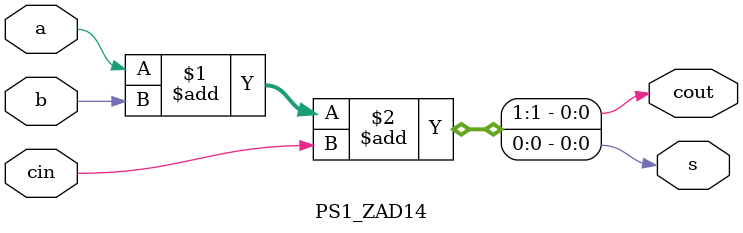
<source format=v>
module PS1_ZAD14 (input cin, a, b,		// opis port�w wej�ciowych
		      output s, cout);		// opis port�w wyj�ciowych

	assign {cout, s} = a+b+cin;
endmodule
</source>
